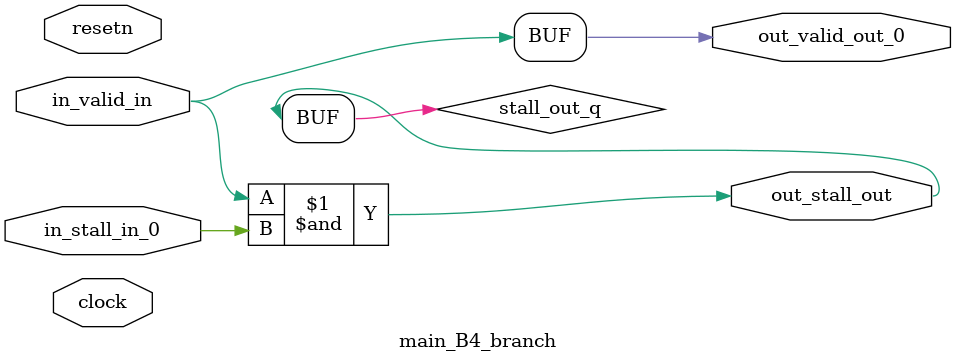
<source format=sv>



(* altera_attribute = "-name AUTO_SHIFT_REGISTER_RECOGNITION OFF; -name MESSAGE_DISABLE 10036; -name MESSAGE_DISABLE 10037; -name MESSAGE_DISABLE 14130; -name MESSAGE_DISABLE 14320; -name MESSAGE_DISABLE 15400; -name MESSAGE_DISABLE 14130; -name MESSAGE_DISABLE 10036; -name MESSAGE_DISABLE 12020; -name MESSAGE_DISABLE 12030; -name MESSAGE_DISABLE 12010; -name MESSAGE_DISABLE 12110; -name MESSAGE_DISABLE 14320; -name MESSAGE_DISABLE 13410; -name MESSAGE_DISABLE 113007; -name MESSAGE_DISABLE 10958" *)
module main_B4_branch (
    input wire [0:0] in_stall_in_0,
    input wire [0:0] in_valid_in,
    output wire [0:0] out_stall_out,
    output wire [0:0] out_valid_out_0,
    input wire clock,
    input wire resetn
    );

    wire [0:0] stall_out_q;


    // stall_out(LOGICAL,6)
    assign stall_out_q = in_valid_in & in_stall_in_0;

    // out_stall_out(GPOUT,4)
    assign out_stall_out = stall_out_q;

    // out_valid_out_0(GPOUT,5)
    assign out_valid_out_0 = in_valid_in;

endmodule

</source>
